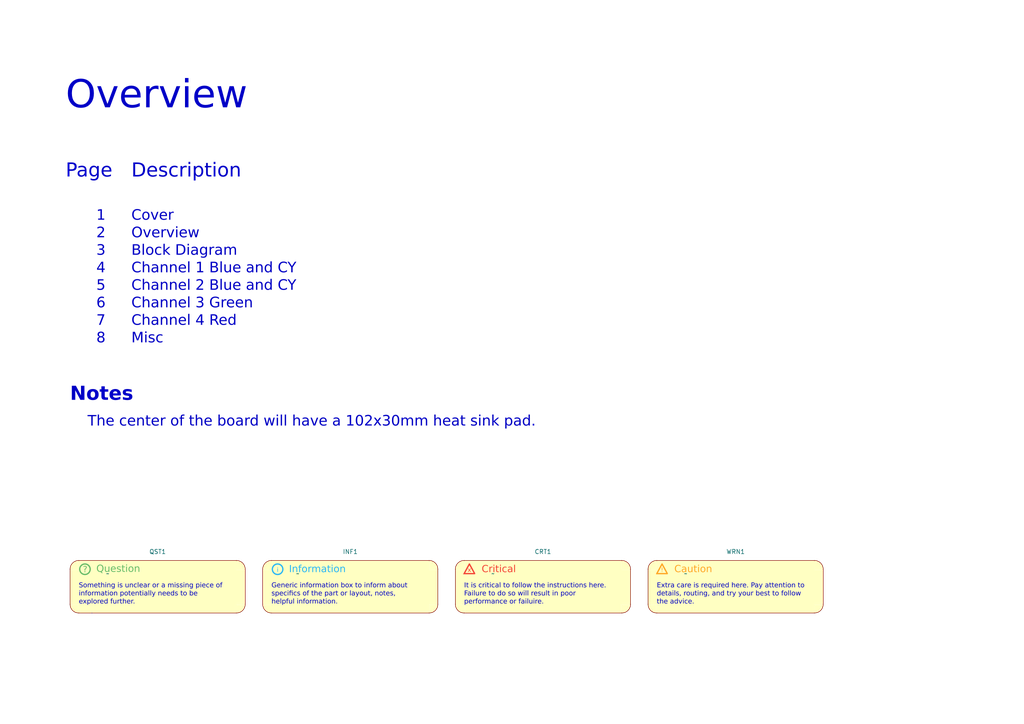
<source format=kicad_sch>
(kicad_sch (version 20231120) (generator "eeschema") (generator_version "8.0")
  (paper "A4")
  (title_block (title "AstraControl - Overview") (date "2024-08-26") (rev "A") (company "LiveAstra Technologies"))
  (lib_symbols
    (symbol "LiveAstra:Critical_Box" (pin_numbers hide) (pin_names (offset 0) hide) (exclude_from_sim yes) (in_bom no) (on_board no)
      (property "Reference" "CRT" (at 0 10.16 0))
      (symbol "Critical_Box_1_1"
        (arc (start -25.3998 -5.0798) (mid -24.6559 -6.8759) (end -22.8598 -7.6198) (fill (type background)))
        (rectangle (start -25.4 5.08) (end 25.4 -5.08) (stroke (width -0.0001)) (fill (type background)))
        (arc (start -22.86 7.62) (mid -24.6561 6.8761) (end -25.4 5.08) (fill (type background)))
        (rectangle (start -22.86 7.62) (end 22.86 -7.62) (stroke (width -0.0001)) (fill (type background)))
        (polyline (pts (xy -25.4 5.08) (xy -25.4 -5.08)))
        (polyline (pts (xy -22.86 -7.62) (xy 22.86 -7.62)))
        (polyline (pts (xy 22.86 7.62) (xy -22.86 7.62)))
        (polyline (pts (xy 25.4 -5.08) (xy 25.4 5.08)))
        (polyline (pts (xy -22.86 3.81) (xy -21.336 6.604) (xy -19.812 3.81) (xy -22.86 3.81)) (stroke (width 0.381) (color 244 67 54 1)))
        (arc (start 22.86 -7.62) (mid 24.6561 -6.8761) (end 25.4 -5.08) (fill (type background)))
        (arc (start 25.4 5.08) (mid 24.6561 6.8761) (end 22.86 7.62) (fill (type background)))
        (text "Critical" (at -17.78 5.08 0) (effects (font (size 2.032 2.032)) (justify left)))
        (text "x" (at -21.336 4.826 0) (effects (font (size 1.27 1.27))))
      )
    )
    (symbol "LiveAstra:Information_Box" (pin_numbers hide) (pin_names (offset 0) hide) (exclude_from_sim yes) (in_bom no) (on_board no)
      (property "Reference" "INF" (at 0 10.16 0))
      (symbol "Information_Box_1_1"
        (arc (start -25.3998 -5.0798) (mid -24.6559 -6.8759) (end -22.8598 -7.6198) (fill (type background)))
        (rectangle (start -25.4 5.08) (end 25.4 -5.08) (stroke (width -0.0001)) (fill (type background)))
        (arc (start -22.86 7.62) (mid -24.6561 6.8761) (end -25.4 5.08) (fill (type background)))
        (rectangle (start -22.86 7.62) (end 22.86 -7.62) (stroke (width -0.0001)) (fill (type background)))
        (circle (center -21.082 5.08) (radius 1.524) (stroke (width 0.381) (color 41 182 246 1)))
        (polyline (pts (xy -25.4 5.08) (xy -25.4 -5.08)))
        (polyline (pts (xy -22.86 -7.62) (xy 22.86 -7.62)))
        (polyline (pts (xy 22.86 7.62) (xy -22.86 7.62)))
        (polyline (pts (xy 25.4 -5.08) (xy 25.4 5.08)))
        (arc (start 22.86 -7.62) (mid 24.6561 -6.8761) (end 25.4 -5.08) (fill (type background)))
        (arc (start 25.4 5.08) (mid 24.6561 6.8761) (end 22.86 7.62) (fill (type background)))
        (text "i" (at -21.0726 4.8456 0) (effects (font (size 1.27 1.27))))
        (text "Information" (at -17.78 5.08 0) (effects (font (size 2.032 2.032)) (justify left)))
      )
    )
    (symbol "LiveAstra:Question_Box" (pin_numbers hide) (pin_names (offset 0) hide) (exclude_from_sim yes) (in_bom no) (on_board no)
      (property "Reference" "QST" (at 0 10.16 0))
      (symbol "Question_Box_1_1"
        (arc (start -25.3998 -5.0798) (mid -24.6559 -6.8759) (end -22.8598 -7.6198) (fill (type background)))
        (rectangle (start -25.4 5.08) (end 25.4 -5.08) (stroke (width -0.0001)) (fill (type background)))
        (arc (start -22.86 7.62) (mid -24.6561 6.8761) (end -25.4 5.08) (fill (type background)))
        (rectangle (start -22.86 7.62) (end 22.86 -7.62) (stroke (width -0.0001)) (fill (type background)))
        (circle (center -21.082 5.08) (radius 1.524) (stroke (width 0.381) (color 102 187 106 1)))
        (polyline (pts (xy -25.4 5.08) (xy -25.4 -5.08)))
        (polyline (pts (xy -22.86 -7.62) (xy 22.86 -7.62)))
        (polyline (pts (xy 22.86 7.62) (xy -22.86 7.62)))
        (polyline (pts (xy 25.4 -5.08) (xy 25.4 5.08)))
        (arc (start 22.86 -7.62) (mid 24.6561 -6.8761) (end 25.4 -5.08) (fill (type background)))
        (arc (start 25.4 5.08) (mid 24.6561 6.8761) (end 22.86 7.62) (fill (type background)))
        (text "?" (at -21.0329 4.9503 0) (effects (font (size 1.778 1.778))))
        (text "Question" (at -17.78 6.35 0) (effects (font (size 2.032 2.032)) (justify left top)))
      )
    )
    (symbol "LiveAstra:Warning_Box" (pin_numbers hide) (pin_names (offset 0) hide) (exclude_from_sim yes) (in_bom no) (on_board no)
      (property "Reference" "WRN" (at 0 10.16 0))
      (symbol "Warning_Box_1_1"
        (arc (start -25.3998 -5.0798) (mid -24.6559 -6.8759) (end -22.8598 -7.6198) (fill (type background)))
        (rectangle (start -25.4 5.08) (end 25.4 -5.08) (stroke (width -0.0001)) (fill (type background)))
        (arc (start -22.86 7.62) (mid -24.6561 6.8761) (end -25.4 5.08) (fill (type background)))
        (rectangle (start -22.86 7.62) (end 22.86 -7.62) (stroke (width -0.0001)) (fill (type background)))
        (polyline (pts (xy -25.4 5.08) (xy -25.4 -5.08)))
        (polyline (pts (xy -22.86 -7.62) (xy 22.86 -7.62)))
        (polyline (pts (xy 22.86 7.62) (xy -22.86 7.62)))
        (polyline (pts (xy 25.4 -5.08) (xy 25.4 5.08)))
        (polyline (pts (xy -22.86 3.81) (xy -21.336 6.604) (xy -19.812 3.81) (xy -22.86 3.81)) (stroke (width 0.381) (color 255 167 38 1)))
        (arc (start 22.86 -7.62) (mid 24.6561 -6.8761) (end 25.4 -5.08) (fill (type background)))
        (arc (start 25.4 5.08) (mid 24.6561 6.8761) (end 22.86 7.62) (fill (type background)))
        (text "!" (at -21.336 4.826 0) (effects (font (size 1.27 1.27))))
        (text "Caution" (at -17.78 5.08 0) (effects (font (size 2.032 2.032)) (justify left)))
      )
    )
  )
  (polyline (pts (xy 26.67 177.8) (xy 26.67 177.8)) (stroke (width -0.0001) (type solid)))
  (circle (center 22.86 140.97) (radius 0.6351) (stroke (width -0.0001)) (fill (type color)))
  (circle (center 22.86 134.62) (radius 0.6351) (stroke (width -0.0001)) (fill (type color)))
  (circle (center 22.86 121.92) (radius 0.6351) (stroke (width -0.0001)) (fill (type color)))
  (circle (center 22.86 128.27) (radius 0.6351) (stroke (width -0.0001)) (fill (type color)))
  (text "5" (at 27.94 83.82 0) (effects (font (size 3 3)) (justify left)))
  (text "6" (at 27.94 88.9 0) (effects (font (size 3 3)) (justify left)))
  (text "3" (at 27.94 73.66 0) (effects (font (size 3 3)) (justify left)))
  (text "1" (at 27.94 63.5 0) (effects (font (size 3 3)) (justify left)))
  (text "2" (at 27.94 68.58 0) (effects (font (size 3 3)) (justify left)))
  (text "Channel 3 Green" (at 38.1 88.9 0) (effects (font (size 3 3)) (justify left)))
  (text "Something is unclear or a missing piece of \ninformation potentially needs to be \nexplored further." (at 22.86 172.72 0) (effects (font (size 1.397 1.397)) (justify left)))
  (text "22 April 2024" (at 232.5 25 0) (effects (font (size 5 5)) (justify left)))
  (text "Channel 2 Blue and CY" (at 38.1 83.82 0) (effects (font (size 3 3)) (justify left)))
  (text "Page" (at 19.05 50.8 0) (effects (font (size 4 4)) (justify left)))
  (text "Notes" (at 20.32 115.57 0) (effects (font (size 4 4) (thickness 0.8) (bold yes)) (justify left)))
  (text "Misc" (at 38.1 99.06 0) (effects (font (size 3 3)) (justify left)))
  (text "It is critical to follow the instructions here. \nFailure to do so will result in poor\nperformance or failuire." (at 134.62 172.72 0) (effects (font (size 1.397 1.397)) (justify left)))
  (text "Overview" (at 19.05 25.4 0) (effects (font (size 8 8)) (justify left top)))
  (text "Cover" (at 38.1 63.5 0) (effects (font (size 3 3)) (justify left)))
  (text "Overview" (at 38.1 68.58 0) (effects (font (size 3 3)) (justify left)))
  (text "Channel 4 Red" (at 38.1 93.98 0) (effects (font (size 3 3)) (justify left)))
  (text "The center of the board will have a 102x30mm heat sink pad." (at 25.4 123.19 0) (effects (font (size 3 3)) (justify left)))
  (text "8" (at 27.94 99.06 0) (effects (font (size 3 3)) (justify left)))
  (text "7" (at 27.94 93.98 0) (effects (font (size 3 3)) (justify left)))
  (text "4" (at 27.94 78.74 0) (effects (font (size 3 3)) (justify left)))
  (text "Channel 1 Blue and CY" (at 38.1 78.74 0) (effects (font (size 3 3)) (justify left)))
  (text "Generic information box to inform about \nspecifics of the part or layout, notes, \nhelpful information." (at 78.74 172.72 0) (effects (font (size 1.397 1.397)) (justify left)))
  (text "Description" (at 38.1 50.8 0) (effects (font (size 4 4)) (justify left)))
  (text "Extra care is required here. Pay attention to\ndetails, routing, and try your best to follow\nthe advice." (at 190.5 172.72 0) (effects (font (size 1.397 1.397)) (justify left)))
  (text "Block Diagram" (at 38.1 73.66 0) (effects (font (size 3 3)) (justify left)))
  (symbol (lib_id "LiveAstra:Information_Box") (at 101.6 170.18 0) (unit 1) (exclude_from_sim yes) (in_bom no) (on_board no)
    (property "Reference" "INF1" (at 101.6 160.02 0))
    (property "Value" "~" (at 86.36 166.37 0))
  )
  (symbol (lib_id "LiveAstra:Warning_Box") (at 213.36 170.18 0) (unit 1) (exclude_from_sim yes) (in_bom no) (on_board no)
    (property "Reference" "WRN1" (at 213.36 160.02 0))
    (property "Value" "~" (at 198.882 166.37 0))
  )
  (symbol (lib_id "LiveAstra:Critical_Box") (at 157.48 170.18 0) (unit 1) (exclude_from_sim yes) (in_bom no) (on_board no)
    (property "Reference" "CRT1" (at 157.48 160.02 0))
    (property "Value" "~" (at 143.002 166.37 0))
  )
  (symbol (lib_id "LiveAstra:Question_Box") (at 45.72 170.18 0) (unit 1) (exclude_from_sim yes) (in_bom no) (on_board no)
    (property "Reference" "QST1" (at 45.72 160.02 0))
    (property "Value" "~" (at 31.242 166.37 0))
  )
)
</source>
